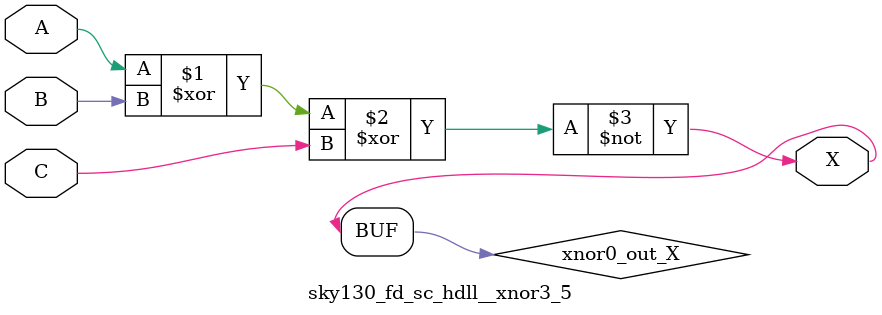
<source format=v>
module sky130_fd_sc_hdll__xnor3_5 (
    X,
    A,
    B,
    C
);
    output X;
    input  A;
    input  B;
    input  C;
    wire xnor0_out_X;
    xnor xnor0 (xnor0_out_X, A, B, C        );
    buf  buf0  (X          , xnor0_out_X    );
endmodule
</source>
